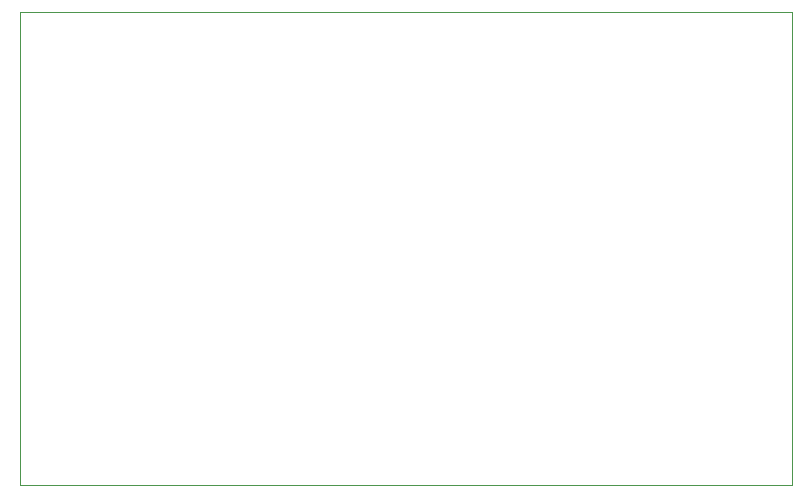
<source format=gbr>
%TF.GenerationSoftware,KiCad,Pcbnew,(5.1.6)-1*%
%TF.CreationDate,2020-11-02T08:51:04-08:00*%
%TF.ProjectId,Input_Signal_Conditioner,496e7075-745f-4536-9967-6e616c5f436f,A*%
%TF.SameCoordinates,Original*%
%TF.FileFunction,Profile,NP*%
%FSLAX46Y46*%
G04 Gerber Fmt 4.6, Leading zero omitted, Abs format (unit mm)*
G04 Created by KiCad (PCBNEW (5.1.6)-1) date 2020-11-02 08:51:04*
%MOMM*%
%LPD*%
G01*
G04 APERTURE LIST*
%TA.AperFunction,Profile*%
%ADD10C,0.100000*%
%TD*%
G04 APERTURE END LIST*
D10*
X173355000Y-58420000D02*
X173355000Y-98425000D01*
X107950000Y-58420000D02*
X173355000Y-58420000D01*
X107950000Y-98425000D02*
X107950000Y-58420000D01*
X173355000Y-98425000D02*
X107950000Y-98425000D01*
M02*

</source>
